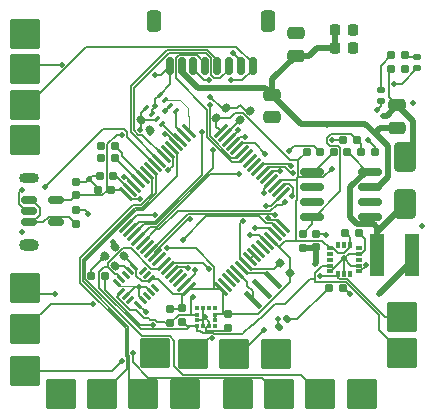
<source format=gbr>
%TF.GenerationSoftware,KiCad,Pcbnew,7.0.6-7.0.6~ubuntu22.04.1*%
%TF.CreationDate,2023-07-18T23:37:18-07:00*%
%TF.ProjectId,NHz_F4_FC,4e487a5f-4634-45f4-9643-2e6b69636164,rev?*%
%TF.SameCoordinates,Original*%
%TF.FileFunction,Copper,L1,Top*%
%TF.FilePolarity,Positive*%
%FSLAX46Y46*%
G04 Gerber Fmt 4.6, Leading zero omitted, Abs format (unit mm)*
G04 Created by KiCad (PCBNEW 7.0.6-7.0.6~ubuntu22.04.1) date 2023-07-18 23:37:18*
%MOMM*%
%LPD*%
G01*
G04 APERTURE LIST*
G04 Aperture macros list*
%AMRoundRect*
0 Rectangle with rounded corners*
0 $1 Rounding radius*
0 $2 $3 $4 $5 $6 $7 $8 $9 X,Y pos of 4 corners*
0 Add a 4 corners polygon primitive as box body*
4,1,4,$2,$3,$4,$5,$6,$7,$8,$9,$2,$3,0*
0 Add four circle primitives for the rounded corners*
1,1,$1+$1,$2,$3*
1,1,$1+$1,$4,$5*
1,1,$1+$1,$6,$7*
1,1,$1+$1,$8,$9*
0 Add four rect primitives between the rounded corners*
20,1,$1+$1,$2,$3,$4,$5,0*
20,1,$1+$1,$4,$5,$6,$7,0*
20,1,$1+$1,$6,$7,$8,$9,0*
20,1,$1+$1,$8,$9,$2,$3,0*%
%AMRotRect*
0 Rectangle, with rotation*
0 The origin of the aperture is its center*
0 $1 length*
0 $2 width*
0 $3 Rotation angle, in degrees counterclockwise*
0 Add horizontal line*
21,1,$1,$2,0,0,$3*%
G04 Aperture macros list end*
%TA.AperFunction,SMDPad,CuDef*%
%ADD10RoundRect,0.150000X-0.512500X-0.150000X0.512500X-0.150000X0.512500X0.150000X-0.512500X0.150000X0*%
%TD*%
%TA.AperFunction,SMDPad,CuDef*%
%ADD11RoundRect,0.087500X-0.187500X-0.087500X0.187500X-0.087500X0.187500X0.087500X-0.187500X0.087500X0*%
%TD*%
%TA.AperFunction,SMDPad,CuDef*%
%ADD12RoundRect,0.087500X-0.087500X-0.187500X0.087500X-0.187500X0.087500X0.187500X-0.087500X0.187500X0*%
%TD*%
%TA.AperFunction,SMDPad,CuDef*%
%ADD13RoundRect,0.155000X-0.212500X-0.155000X0.212500X-0.155000X0.212500X0.155000X-0.212500X0.155000X0*%
%TD*%
%TA.AperFunction,SMDPad,CuDef*%
%ADD14RoundRect,0.125000X-1.125000X-1.125000X1.125000X-1.125000X1.125000X1.125000X-1.125000X1.125000X0*%
%TD*%
%TA.AperFunction,SMDPad,CuDef*%
%ADD15RoundRect,0.160000X0.160000X-0.197500X0.160000X0.197500X-0.160000X0.197500X-0.160000X-0.197500X0*%
%TD*%
%TA.AperFunction,SMDPad,CuDef*%
%ADD16R,1.150000X3.600000*%
%TD*%
%TA.AperFunction,SMDPad,CuDef*%
%ADD17RoundRect,0.155000X0.155000X-0.212500X0.155000X0.212500X-0.155000X0.212500X-0.155000X-0.212500X0*%
%TD*%
%TA.AperFunction,SMDPad,CuDef*%
%ADD18RoundRect,0.160000X0.252791X-0.026517X-0.026517X0.252791X-0.252791X0.026517X0.026517X-0.252791X0*%
%TD*%
%TA.AperFunction,SMDPad,CuDef*%
%ADD19RoundRect,0.147500X-0.172500X0.147500X-0.172500X-0.147500X0.172500X-0.147500X0.172500X0.147500X0*%
%TD*%
%TA.AperFunction,SMDPad,CuDef*%
%ADD20RoundRect,0.155000X-0.259862X0.040659X0.040659X-0.259862X0.259862X-0.040659X-0.040659X0.259862X0*%
%TD*%
%TA.AperFunction,SMDPad,CuDef*%
%ADD21RoundRect,0.250000X0.475000X-0.250000X0.475000X0.250000X-0.475000X0.250000X-0.475000X-0.250000X0*%
%TD*%
%TA.AperFunction,SMDPad,CuDef*%
%ADD22RoundRect,0.160000X-0.160000X0.197500X-0.160000X-0.197500X0.160000X-0.197500X0.160000X0.197500X0*%
%TD*%
%TA.AperFunction,SMDPad,CuDef*%
%ADD23RoundRect,0.250000X0.650000X-1.000000X0.650000X1.000000X-0.650000X1.000000X-0.650000X-1.000000X0*%
%TD*%
%TA.AperFunction,SMDPad,CuDef*%
%ADD24RoundRect,0.155000X0.040659X0.259862X-0.259862X-0.040659X-0.040659X-0.259862X0.259862X0.040659X0*%
%TD*%
%TA.AperFunction,SMDPad,CuDef*%
%ADD25RoundRect,0.250000X-0.475000X0.250000X-0.475000X-0.250000X0.475000X-0.250000X0.475000X0.250000X0*%
%TD*%
%TA.AperFunction,SMDPad,CuDef*%
%ADD26RoundRect,0.155000X0.212500X0.155000X-0.212500X0.155000X-0.212500X-0.155000X0.212500X-0.155000X0*%
%TD*%
%TA.AperFunction,SMDPad,CuDef*%
%ADD27RotRect,0.500000X0.350000X45.000000*%
%TD*%
%TA.AperFunction,SMDPad,CuDef*%
%ADD28RoundRect,0.160000X-0.197500X-0.160000X0.197500X-0.160000X0.197500X0.160000X-0.197500X0.160000X0*%
%TD*%
%TA.AperFunction,SMDPad,CuDef*%
%ADD29RoundRect,0.225000X-0.225000X-0.250000X0.225000X-0.250000X0.225000X0.250000X-0.225000X0.250000X0*%
%TD*%
%TA.AperFunction,SMDPad,CuDef*%
%ADD30RoundRect,0.160000X0.197500X0.160000X-0.197500X0.160000X-0.197500X-0.160000X0.197500X-0.160000X0*%
%TD*%
%TA.AperFunction,SMDPad,CuDef*%
%ADD31RotRect,0.400000X1.900000X45.000000*%
%TD*%
%TA.AperFunction,SMDPad,CuDef*%
%ADD32RoundRect,0.155000X0.259862X-0.040659X-0.040659X0.259862X-0.259862X0.040659X0.040659X-0.259862X0*%
%TD*%
%TA.AperFunction,SMDPad,CuDef*%
%ADD33RoundRect,0.150000X0.150000X0.625000X-0.150000X0.625000X-0.150000X-0.625000X0.150000X-0.625000X0*%
%TD*%
%TA.AperFunction,SMDPad,CuDef*%
%ADD34RoundRect,0.250000X0.350000X0.650000X-0.350000X0.650000X-0.350000X-0.650000X0.350000X-0.650000X0*%
%TD*%
%TA.AperFunction,SMDPad,CuDef*%
%ADD35RoundRect,0.150000X-0.825000X-0.150000X0.825000X-0.150000X0.825000X0.150000X-0.825000X0.150000X0*%
%TD*%
%TA.AperFunction,SMDPad,CuDef*%
%ADD36RoundRect,0.147500X-0.017678X0.226274X-0.226274X0.017678X0.017678X-0.226274X0.226274X-0.017678X0*%
%TD*%
%TA.AperFunction,SMDPad,CuDef*%
%ADD37RoundRect,0.075000X0.548008X-0.441942X-0.441942X0.548008X-0.548008X0.441942X0.441942X-0.548008X0*%
%TD*%
%TA.AperFunction,SMDPad,CuDef*%
%ADD38RoundRect,0.075000X0.548008X0.441942X0.441942X0.548008X-0.548008X-0.441942X-0.441942X-0.548008X0*%
%TD*%
%TA.AperFunction,SMDPad,CuDef*%
%ADD39RoundRect,0.155000X-0.040659X-0.259862X0.259862X0.040659X0.040659X0.259862X-0.259862X-0.040659X0*%
%TD*%
%TA.AperFunction,SMDPad,CuDef*%
%ADD40RoundRect,0.155000X-0.155000X0.212500X-0.155000X-0.212500X0.155000X-0.212500X0.155000X0.212500X0*%
%TD*%
%TA.AperFunction,SMDPad,CuDef*%
%ADD41RotRect,0.300000X0.800000X225.000000*%
%TD*%
%TA.AperFunction,SMDPad,CuDef*%
%ADD42RotRect,0.300000X0.800000X315.000000*%
%TD*%
%TA.AperFunction,SMDPad,CuDef*%
%ADD43RotRect,0.300000X0.800000X45.000000*%
%TD*%
%TA.AperFunction,SMDPad,CuDef*%
%ADD44RotRect,0.300000X0.800000X135.000000*%
%TD*%
%TA.AperFunction,SMDPad,CuDef*%
%ADD45R,0.350000X0.375000*%
%TD*%
%TA.AperFunction,SMDPad,CuDef*%
%ADD46R,0.375000X0.350000*%
%TD*%
%TA.AperFunction,ComponentPad*%
%ADD47O,1.700000X1.000000*%
%TD*%
%TA.AperFunction,ComponentPad*%
%ADD48O,1.700000X0.850000*%
%TD*%
%TA.AperFunction,ViaPad*%
%ADD49C,0.500000*%
%TD*%
%TA.AperFunction,Conductor*%
%ADD50C,0.127000*%
%TD*%
%TA.AperFunction,Conductor*%
%ADD51C,0.500000*%
%TD*%
%TA.AperFunction,Conductor*%
%ADD52C,0.090000*%
%TD*%
%TA.AperFunction,Conductor*%
%ADD53C,0.200000*%
%TD*%
G04 APERTURE END LIST*
D10*
%TO.P,U6,1,VIN*%
%TO.N,VBUS*%
X114362500Y-48550000D03*
%TO.P,U6,2,GND*%
%TO.N,GND*%
X114362500Y-49500000D03*
%TO.P,U6,3,CE*%
%TO.N,VBUS*%
X114362500Y-50450000D03*
%TO.P,U6,4,NC*%
%TO.N,unconnected-(U6-NC-Pad4)*%
X116637500Y-50450000D03*
%TO.P,U6,5,VOUT*%
%TO.N,+3.3V*%
X116637500Y-48550000D03*
%TD*%
D11*
%TO.P,U4,1,VDD_IO*%
%TO.N,+3.3V*%
X139775000Y-52600000D03*
%TO.P,U4,2,NC*%
%TO.N,unconnected-(U4-NC-Pad2)*%
X139775000Y-53100000D03*
%TO.P,U4,3,NC*%
%TO.N,unconnected-(U4-NC-Pad3)*%
X139775000Y-53600000D03*
%TO.P,U4,4,SCL/SPC*%
%TO.N,/SCL1*%
X139775000Y-54100000D03*
%TO.P,U4,5,GND*%
%TO.N,GND*%
X139775000Y-54600000D03*
D12*
%TO.P,U4,6,SDA/SDI/SDO*%
%TO.N,/SDA1*%
X140500000Y-54825000D03*
%TO.P,U4,7,SDO/SA0*%
%TO.N,GND*%
X141000000Y-54825000D03*
%TO.P,U4,8,CS*%
%TO.N,unconnected-(U4-CS-Pad8)*%
X141500000Y-54825000D03*
D11*
%TO.P,U4,9,INT2*%
%TO.N,/LIS3DH_INT_PIN*%
X142225000Y-54600000D03*
%TO.P,U4,10,GND*%
%TO.N,GND*%
X142225000Y-54100000D03*
%TO.P,U4,11,INT1*%
%TO.N,unconnected-(U4-INT1-Pad11)*%
X142225000Y-53600000D03*
%TO.P,U4,12,GND*%
%TO.N,GND*%
X142225000Y-53100000D03*
%TO.P,U4,13,ADC3*%
%TO.N,unconnected-(U4-ADC3-Pad13)*%
X142225000Y-52600000D03*
D12*
%TO.P,U4,14,VDD*%
%TO.N,+3.3V*%
X141500000Y-52375000D03*
%TO.P,U4,15,ADC2*%
%TO.N,unconnected-(U4-ADC2-Pad15)*%
X141000000Y-52375000D03*
%TO.P,U4,16,ADC1*%
%TO.N,unconnected-(U4-ADC1-Pad16)*%
X140500000Y-52375000D03*
%TD*%
D13*
%TO.P,C8,1*%
%TO.N,GND*%
X120332500Y-46500000D03*
%TO.P,C8,2*%
%TO.N,Net-(U1-VCAP_2)*%
X121467500Y-46500000D03*
%TD*%
D14*
%TO.P,TP2,1,1*%
%TO.N,/STM32F405RGTx/PA9_TX1*%
X124000000Y-65000000D03*
%TD*%
D15*
%TO.P,R10,1*%
%TO.N,/SDA1*%
X126300000Y-58997500D03*
%TO.P,R10,2*%
%TO.N,+3.3V*%
X126300000Y-57802500D03*
%TD*%
D13*
%TO.P,C19,1*%
%TO.N,+3.3V*%
X141093100Y-51309700D03*
%TO.P,C19,2*%
%TO.N,GND*%
X142228100Y-51309700D03*
%TD*%
D16*
%TO.P,L1,1,1*%
%TO.N,Net-(D6-K)*%
X143830500Y-53220000D03*
%TO.P,L1,2,2*%
%TO.N,+5V*%
X146780500Y-53220000D03*
%TD*%
D17*
%TO.P,C13,1*%
%TO.N,VBUS*%
X118300000Y-50567500D03*
%TO.P,C13,2*%
%TO.N,GND*%
X118300000Y-49432500D03*
%TD*%
D18*
%TO.P,R2,1*%
%TO.N,+3.3V*%
X136422496Y-54722496D03*
%TO.P,R2,2*%
%TO.N,/STM32F405RGTx/RST*%
X135577504Y-53877504D03*
%TD*%
D19*
%TO.P,D2,1,K*%
%TO.N,Net-(D2-K)*%
X144100000Y-39215000D03*
%TO.P,D2,2,A*%
%TO.N,+5V*%
X144100000Y-40185000D03*
%TD*%
D20*
%TO.P,C18,1*%
%TO.N,GND*%
X120798717Y-53298717D03*
%TO.P,C18,2*%
%TO.N,Net-(U5-BYP)*%
X121601283Y-54101283D03*
%TD*%
D21*
%TO.P,C26,1*%
%TO.N,+BATT*%
X145500000Y-42450000D03*
%TO.P,C26,2*%
%TO.N,GND*%
X145500000Y-40550000D03*
%TD*%
D22*
%TO.P,R4,1*%
%TO.N,Net-(D3-K)*%
X146200000Y-36302500D03*
%TO.P,R4,2*%
%TO.N,GND*%
X146200000Y-37497500D03*
%TD*%
D14*
%TO.P,TP24,1,1*%
%TO.N,GND*%
X125000000Y-61500000D03*
%TD*%
D17*
%TO.P,C11,1*%
%TO.N,+5V*%
X138600000Y-52567500D03*
%TO.P,C11,2*%
%TO.N,GND*%
X138600000Y-51432500D03*
%TD*%
D14*
%TO.P,TP20,1,1*%
%TO.N,+5V*%
X135219800Y-61570100D03*
%TD*%
D23*
%TO.P,D6,1,K*%
%TO.N,Net-(D6-K)*%
X146200000Y-48900000D03*
%TO.P,D6,2,A*%
%TO.N,GND*%
X146200000Y-44900000D03*
%TD*%
D24*
%TO.P,C7,1*%
%TO.N,GND*%
X133001283Y-40998717D03*
%TO.P,C7,2*%
%TO.N,Net-(U1-VCAP_1)*%
X132198717Y-41801283D03*
%TD*%
D17*
%TO.P,C12,1*%
%TO.N,+3.3V*%
X118300000Y-48167500D03*
%TO.P,C12,2*%
%TO.N,GND*%
X118300000Y-47032500D03*
%TD*%
D25*
%TO.P,C3,1*%
%TO.N,+BATT*%
X134900000Y-39650000D03*
%TO.P,C3,2*%
%TO.N,GND*%
X134900000Y-41550000D03*
%TD*%
D14*
%TO.P,TP17,1,1*%
%TO.N,+5V*%
X142500000Y-65000000D03*
%TD*%
%TO.P,TP23,1,1*%
%TO.N,GND*%
X117000000Y-65000000D03*
%TD*%
D19*
%TO.P,D3,1,K*%
%TO.N,Net-(D3-K)*%
X147200000Y-36415000D03*
%TO.P,D3,2,A*%
%TO.N,+3.3V*%
X147200000Y-37385000D03*
%TD*%
D26*
%TO.P,C16,1*%
%TO.N,+3.3V*%
X121267500Y-47700000D03*
%TO.P,C16,2*%
%TO.N,GND*%
X120132500Y-47700000D03*
%TD*%
D15*
%TO.P,R11,1*%
%TO.N,/SCL1*%
X127300000Y-58897500D03*
%TO.P,R11,2*%
%TO.N,+3.3V*%
X127300000Y-57702500D03*
%TD*%
%TO.P,R6,1*%
%TO.N,+5V*%
X137500000Y-52597500D03*
%TO.P,R6,2*%
%TO.N,Net-(U2-VSNS)*%
X137500000Y-51402500D03*
%TD*%
D14*
%TO.P,TP28,1,1*%
%TO.N,+5V*%
X114000000Y-43500000D03*
%TD*%
D27*
%TO.P,U3,1,GND*%
%TO.N,GND*%
X125376256Y-39644885D03*
%TO.P,U3,2,CSB*%
%TO.N,/SS2*%
X125835876Y-40104505D03*
%TO.P,U3,3,SDI*%
%TO.N,/MOSI2*%
X126295495Y-40564124D03*
%TO.P,U3,4,SCK*%
%TO.N,/SCK2*%
X126755115Y-41023744D03*
%TO.P,U3,5,SDO*%
%TO.N,/MISO2*%
X125623744Y-42155115D03*
%TO.P,U3,6,VDDIO*%
%TO.N,+3.3V*%
X125164124Y-41695495D03*
%TO.P,U3,7,GND*%
%TO.N,GND*%
X124704505Y-41235876D03*
%TO.P,U3,8,VDD*%
%TO.N,+3.3V*%
X124244885Y-40776256D03*
%TD*%
D14*
%TO.P,TP27,1,1*%
%TO.N,GND*%
X114000000Y-34500000D03*
%TD*%
D20*
%TO.P,C20,1*%
%TO.N,+3.3V*%
X123798717Y-41798717D03*
%TO.P,C20,2*%
%TO.N,GND*%
X124601283Y-42601283D03*
%TD*%
D28*
%TO.P,R5,1*%
%TO.N,Net-(D4-K)*%
X139702500Y-56000000D03*
%TO.P,R5,2*%
%TO.N,GND*%
X140897500Y-56000000D03*
%TD*%
D29*
%TO.P,C6,1*%
%TO.N,+BATT*%
X140225000Y-34200000D03*
%TO.P,C6,2*%
%TO.N,GND*%
X141775000Y-34200000D03*
%TD*%
D26*
%TO.P,C9,1*%
%TO.N,Net-(D6-K)*%
X141282085Y-44529909D03*
%TO.P,C9,2*%
%TO.N,Net-(U2-BOOT)*%
X140147085Y-44529909D03*
%TD*%
D14*
%TO.P,TP26,1,1*%
%TO.N,+5V*%
X114000000Y-56000000D03*
%TD*%
%TO.P,TP10,1,1*%
%TO.N,/STM32F405RGTx/PA0_TX4*%
X114000000Y-63000000D03*
%TD*%
%TO.P,TP13,1,1*%
%TO.N,/STM32F405RGTx/PB10_TX3*%
X114000000Y-37500000D03*
%TD*%
%TO.P,TP14,1,1*%
%TO.N,/RX3*%
X114000000Y-40500000D03*
%TD*%
D13*
%TO.P,C14,1*%
%TO.N,+3.3V*%
X137832500Y-44500000D03*
%TO.P,C14,2*%
%TO.N,GND*%
X138967500Y-44500000D03*
%TD*%
D26*
%TO.P,C25,1*%
%TO.N,Net-(U2-VSNS)*%
X142067500Y-43500000D03*
%TO.P,C25,2*%
%TO.N,+5V*%
X140932500Y-43500000D03*
%TD*%
D28*
%TO.P,R7,1*%
%TO.N,Net-(U2-VSNS)*%
X142402500Y-44500000D03*
%TO.P,R7,2*%
%TO.N,GND*%
X143597500Y-44500000D03*
%TD*%
D30*
%TO.P,R1,1*%
%TO.N,Net-(U1-BOOT0)*%
X120797500Y-55000000D03*
%TO.P,R1,2*%
%TO.N,GND*%
X119602500Y-55000000D03*
%TD*%
D14*
%TO.P,TP11,1,1*%
%TO.N,/SCL1*%
X145900000Y-61500000D03*
%TD*%
D31*
%TO.P,Y1,1,1*%
%TO.N,Net-(U1-PH0)*%
X133251472Y-57048528D03*
%TO.P,Y1,2,2*%
%TO.N,GND*%
X134100000Y-56200000D03*
%TO.P,Y1,3,3*%
%TO.N,Net-(U1-PH1)*%
X134948528Y-55351472D03*
%TD*%
D14*
%TO.P,TP16,1,1*%
%TO.N,/STM32F405RGTx/PC6_TX6*%
X139000000Y-65000000D03*
%TD*%
%TO.P,TP1,1,1*%
%TO.N,/STM32F405RGTx/PA10_RX1*%
X120500000Y-65000000D03*
%TD*%
%TO.P,TP21,1,1*%
%TO.N,GND*%
X132000000Y-65000000D03*
%TD*%
D32*
%TO.P,C17,1*%
%TO.N,+3.3V*%
X122401283Y-53301283D03*
%TO.P,C17,2*%
%TO.N,GND*%
X121598717Y-52498717D03*
%TD*%
D33*
%TO.P,J2,1,Pin_1*%
%TO.N,/RX3*%
X133250000Y-37250000D03*
%TO.P,J2,2,Pin_2*%
%TO.N,/CUR*%
X132250000Y-37250000D03*
%TO.P,J2,3,Pin_3*%
%TO.N,/M4*%
X131250000Y-37250000D03*
%TO.P,J2,4,Pin_4*%
%TO.N,/M3*%
X130250000Y-37250000D03*
%TO.P,J2,5,Pin_5*%
%TO.N,/M2*%
X129250000Y-37250000D03*
%TO.P,J2,6,Pin_6*%
%TO.N,/M1*%
X128250000Y-37250000D03*
%TO.P,J2,7,Pin_7*%
%TO.N,+BATT*%
X127250000Y-37250000D03*
%TO.P,J2,8,Pin_8*%
%TO.N,GND*%
X126250000Y-37250000D03*
D34*
%TO.P,J2,MP*%
%TO.N,N/C*%
X134550000Y-33375000D03*
X124950000Y-33375000D03*
%TD*%
D21*
%TO.P,C4,1*%
%TO.N,+BATT*%
X136900000Y-36350000D03*
%TO.P,C4,2*%
%TO.N,GND*%
X136900000Y-34450000D03*
%TD*%
D29*
%TO.P,C5,1*%
%TO.N,+BATT*%
X140225000Y-35700000D03*
%TO.P,C5,2*%
%TO.N,GND*%
X141775000Y-35700000D03*
%TD*%
D22*
%TO.P,R3,1*%
%TO.N,Net-(D2-K)*%
X145000000Y-36302500D03*
%TO.P,R3,2*%
%TO.N,GND*%
X145000000Y-37497500D03*
%TD*%
D14*
%TO.P,TP8,1,1*%
%TO.N,/STM32F405RGTx/PA2_TX2*%
X131719800Y-61570100D03*
%TD*%
D35*
%TO.P,U2,1,BOOT*%
%TO.N,Net-(U2-BOOT)*%
X138279000Y-46153400D03*
%TO.P,U2,2,NC*%
%TO.N,unconnected-(U2-NC-Pad2)*%
X138279000Y-47423400D03*
%TO.P,U2,3,NC*%
%TO.N,unconnected-(U2-NC-Pad3)*%
X138279000Y-48693400D03*
%TO.P,U2,4,VSNS*%
%TO.N,Net-(U2-VSNS)*%
X138279000Y-49963400D03*
%TO.P,U2,5,ENA*%
%TO.N,unconnected-(U2-ENA-Pad5)*%
X143229000Y-49963400D03*
%TO.P,U2,6,GND*%
%TO.N,GND*%
X143229000Y-48693400D03*
%TO.P,U2,7,VIN*%
%TO.N,+BATT*%
X143229000Y-47423400D03*
%TO.P,U2,8,PH*%
%TO.N,Net-(D6-K)*%
X143229000Y-46153400D03*
%TD*%
D36*
%TO.P,D4,1,K*%
%TO.N,Net-(D4-K)*%
X136142947Y-58657053D03*
%TO.P,D4,2,A*%
%TO.N,/Stat_LED*%
X135457053Y-59342947D03*
%TD*%
D37*
%TO.P,U1,1,VBAT*%
%TO.N,+3.3V*%
X130561181Y-56064481D03*
%TO.P,U1,2,PC13*%
%TO.N,/STM32F405RGTx/PC13*%
X130914734Y-55710928D03*
%TO.P,U1,3,PC14*%
%TO.N,/STM32F405RGTx/PC14*%
X131268287Y-55357375D03*
%TO.P,U1,4,PC15*%
%TO.N,/STM32F405RGTx/PC15*%
X131621841Y-55003821D03*
%TO.P,U1,5,PH0*%
%TO.N,Net-(U1-PH0)*%
X131975394Y-54650268D03*
%TO.P,U1,6,PH1*%
%TO.N,Net-(U1-PH1)*%
X132328948Y-54296714D03*
%TO.P,U1,7,NRST*%
%TO.N,/STM32F405RGTx/RST*%
X132682501Y-53943161D03*
%TO.P,U1,8,PC0*%
%TO.N,/STM32F405RGTx/PC0*%
X133036054Y-53589608D03*
%TO.P,U1,9,PC1*%
X133389608Y-53236054D03*
%TO.P,U1,10,PC2*%
%TO.N,/STM32F405RGTx/PC2*%
X133743161Y-52882501D03*
%TO.P,U1,11,PC3*%
%TO.N,/STM32F405RGTx/PC3*%
X134096714Y-52528948D03*
%TO.P,U1,12,VSSA*%
%TO.N,GND*%
X134450268Y-52175394D03*
%TO.P,U1,13,VDDA*%
%TO.N,+3.3V*%
X134803821Y-51821841D03*
%TO.P,U1,14,PA0*%
%TO.N,/STM32F405RGTx/PA0_TX4*%
X135157375Y-51468287D03*
%TO.P,U1,15,PA1*%
%TO.N,/STM32F405RGTx/PA1_RX4*%
X135510928Y-51114734D03*
%TO.P,U1,16,PA2*%
%TO.N,/STM32F405RGTx/PA2_TX2*%
X135864481Y-50761181D03*
D38*
%TO.P,U1,17,PA3*%
%TO.N,/STM32F405RGTx/PA3_RX2*%
X135864481Y-48038819D03*
%TO.P,U1,18,VSS*%
%TO.N,GND*%
X135510928Y-47685266D03*
%TO.P,U1,19,VDD*%
%TO.N,+3.3V*%
X135157375Y-47331713D03*
%TO.P,U1,20,PA4*%
%TO.N,/STM32F405RGTx/PA4_NSS1*%
X134803821Y-46978159D03*
%TO.P,U1,21,PA5*%
%TO.N,/STM32F405RGTx/PA5_SCK1*%
X134450268Y-46624606D03*
%TO.P,U1,22,PA6*%
%TO.N,/STM32F405RGTx/PA6_MISO1*%
X134096714Y-46271052D03*
%TO.P,U1,23,PA7*%
%TO.N,/STM32F405RGTx/PA7_MOSI1*%
X133743161Y-45917499D03*
%TO.P,U1,24,PC4*%
%TO.N,/STM32F405RGTx/PC4*%
X133389608Y-45563946D03*
%TO.P,U1,25,PC5*%
%TO.N,/STM32F405RGTx/PC5*%
X133036054Y-45210392D03*
%TO.P,U1,26,PB0*%
%TO.N,/M2*%
X132682501Y-44856839D03*
%TO.P,U1,27,PB1*%
%TO.N,/M1*%
X132328948Y-44503286D03*
%TO.P,U1,28,PB2*%
%TO.N,/LIS3DH_INT_PIN*%
X131975394Y-44149732D03*
%TO.P,U1,29,PB10*%
%TO.N,/STM32F405RGTx/PB10_TX3*%
X131621841Y-43796179D03*
%TO.P,U1,30,PB11*%
%TO.N,/RX3*%
X131268287Y-43442625D03*
%TO.P,U1,31,VCAP_1*%
%TO.N,Net-(U1-VCAP_1)*%
X130914734Y-43089072D03*
%TO.P,U1,32,VDD*%
%TO.N,+3.3V*%
X130561181Y-42735519D03*
D37*
%TO.P,U1,33,PB12*%
%TO.N,/SS2*%
X127838819Y-42735519D03*
%TO.P,U1,34,PB13*%
%TO.N,/SCK2*%
X127485266Y-43089072D03*
%TO.P,U1,35,PB14*%
%TO.N,/MISO2*%
X127131713Y-43442625D03*
%TO.P,U1,36,PB15*%
%TO.N,/MOSI2*%
X126778159Y-43796179D03*
%TO.P,U1,37,PC6*%
%TO.N,/STM32F405RGTx/PC6_TX6*%
X126424606Y-44149732D03*
%TO.P,U1,38,PC7*%
%TO.N,/STM32F405RGTx/PC7_RX6*%
X126071052Y-44503286D03*
%TO.P,U1,39,PC8*%
%TO.N,/M4*%
X125717499Y-44856839D03*
%TO.P,U1,40,PC9*%
%TO.N,/M3*%
X125363946Y-45210392D03*
%TO.P,U1,41,PA8*%
%TO.N,/MMA8451_INT_PIN*%
X125010392Y-45563946D03*
%TO.P,U1,42,PA9*%
%TO.N,/STM32F405RGTx/PA9_TX1*%
X124656839Y-45917499D03*
%TO.P,U1,43,PA10*%
%TO.N,/STM32F405RGTx/PA10_RX1*%
X124303286Y-46271052D03*
%TO.P,U1,44,PA11*%
%TO.N,/USB-*%
X123949732Y-46624606D03*
%TO.P,U1,45,PA12*%
%TO.N,/USB+*%
X123596179Y-46978159D03*
%TO.P,U1,46,PA13*%
%TO.N,/STM32F405RGTx/PA13_SWDIO*%
X123242625Y-47331713D03*
%TO.P,U1,47,VCAP_2*%
%TO.N,Net-(U1-VCAP_2)*%
X122889072Y-47685266D03*
%TO.P,U1,48,VDD*%
%TO.N,+3.3V*%
X122535519Y-48038819D03*
D38*
%TO.P,U1,49,PA14*%
%TO.N,/STM32F405RGTx/PA14_SWCLK*%
X122535519Y-50761181D03*
%TO.P,U1,50,PA15*%
%TO.N,/SS3*%
X122889072Y-51114734D03*
%TO.P,U1,51,PC10*%
%TO.N,/SCK3*%
X123242625Y-51468287D03*
%TO.P,U1,52,PC11*%
%TO.N,/MISO3*%
X123596179Y-51821841D03*
%TO.P,U1,53,PC12*%
%TO.N,/MOSI3*%
X123949732Y-52175394D03*
%TO.P,U1,54,PD2*%
%TO.N,/STM32F405RGTx/PD2*%
X124303286Y-52528948D03*
%TO.P,U1,55,PB3*%
%TO.N,/Stat_LED*%
X124656839Y-52882501D03*
%TO.P,U1,56,PB4*%
%TO.N,/CUR*%
X125010392Y-53236054D03*
%TO.P,U1,57,PB5*%
%TO.N,/STM32F405RGTx/PB5*%
X125363946Y-53589608D03*
%TO.P,U1,58,PB6*%
%TO.N,/SCL1*%
X125717499Y-53943161D03*
%TO.P,U1,59,PB7*%
%TO.N,/SDA1*%
X126071052Y-54296714D03*
%TO.P,U1,60,BOOT0*%
%TO.N,Net-(U1-BOOT0)*%
X126424606Y-54650268D03*
%TO.P,U1,61,PB8*%
%TO.N,/STM32F405RGTx/PB8*%
X126778159Y-55003821D03*
%TO.P,U1,62,PB9*%
%TO.N,/STM32F405RGTx/PB9*%
X127131713Y-55357375D03*
%TO.P,U1,63,VSS*%
%TO.N,GND*%
X127485266Y-55710928D03*
%TO.P,U1,64,VDD*%
%TO.N,+3.3V*%
X127838819Y-56064481D03*
%TD*%
D30*
%TO.P,R9,1*%
%TO.N,/USB-*%
X121597500Y-44000000D03*
%TO.P,R9,2*%
%TO.N,Net-(J1-D-)*%
X120402500Y-44000000D03*
%TD*%
D28*
%TO.P,R8,1*%
%TO.N,Net-(J1-D+)*%
X120402500Y-45000000D03*
%TO.P,R8,2*%
%TO.N,/USB+*%
X121597500Y-45000000D03*
%TD*%
D39*
%TO.P,C15,1*%
%TO.N,+3.3V*%
X130198717Y-41601283D03*
%TO.P,C15,2*%
%TO.N,GND*%
X131001283Y-40798717D03*
%TD*%
D40*
%TO.P,C21,1*%
%TO.N,+3.3V*%
X131200000Y-58232500D03*
%TO.P,C21,2*%
%TO.N,GND*%
X131200000Y-59367500D03*
%TD*%
D14*
%TO.P,TP15,1,1*%
%TO.N,/STM32F405RGTx/PC7_RX6*%
X135500000Y-65000000D03*
%TD*%
%TO.P,TP9,1,1*%
%TO.N,/STM32F405RGTx/PA1_RX4*%
X114000000Y-59500000D03*
%TD*%
%TO.P,TP19,1,1*%
%TO.N,+5V*%
X127500000Y-65000000D03*
%TD*%
D41*
%TO.P,U5,1,VDDIO*%
%TO.N,+3.3V*%
X123205546Y-54191332D03*
%TO.P,U5,2,BYP*%
%TO.N,Net-(U5-BYP)*%
X122851992Y-54544885D03*
%TO.P,U5,3,NC*%
%TO.N,unconnected-(U5-NC-Pad3)*%
X122498439Y-54898439D03*
%TO.P,U5,4,SCL*%
%TO.N,/SCL1*%
X122144885Y-55251992D03*
%TO.P,U5,5,GND*%
%TO.N,GND*%
X121791332Y-55605546D03*
D42*
%TO.P,U5,6,SDA*%
%TO.N,/SDA1*%
X122144885Y-56348008D03*
%TO.P,U5,7,SA0*%
%TO.N,GND*%
X122498439Y-56701561D03*
%TO.P,U5,8,NC*%
%TO.N,unconnected-(U5-NC-Pad8)*%
X122851992Y-57055115D03*
D43*
%TO.P,U5,9,INT2*%
%TO.N,/MMA8451_INT_PIN*%
X123594454Y-57408668D03*
%TO.P,U5,10,GND*%
%TO.N,GND*%
X123948008Y-57055115D03*
%TO.P,U5,11,INT1*%
%TO.N,unconnected-(U5-INT1-Pad11)*%
X124301561Y-56701561D03*
%TO.P,U5,12,GND*%
%TO.N,GND*%
X124655115Y-56348008D03*
%TO.P,U5,13,NC*%
%TO.N,unconnected-(U5-NC-Pad13)*%
X125008668Y-55994454D03*
D44*
%TO.P,U5,14,VDD*%
%TO.N,+3.3V*%
X124655115Y-55251992D03*
%TO.P,U5,15,NC*%
%TO.N,unconnected-(U5-NC-Pad15)*%
X124301561Y-54898439D03*
%TO.P,U5,16,NC*%
%TO.N,unconnected-(U5-NC-Pad16)*%
X123948008Y-54544885D03*
%TD*%
D14*
%TO.P,TP7,1,1*%
%TO.N,/STM32F405RGTx/PA3_RX2*%
X128219800Y-61570100D03*
%TD*%
%TO.P,TP12,1,1*%
%TO.N,/SDA1*%
X145900000Y-58500000D03*
%TD*%
D45*
%TO.P,U7,1,SCL/SPC*%
%TO.N,/SCL1*%
X128550000Y-59262500D03*
%TO.P,U7,2,GND*%
%TO.N,GND*%
X129050000Y-59262500D03*
%TO.P,U7,3,GND*%
X129550000Y-59262500D03*
%TO.P,U7,4,C1*%
%TO.N,unconnected-(U7-C1-Pad4)*%
X130050000Y-59262500D03*
D46*
%TO.P,U7,5,Vdd*%
%TO.N,+3.3V*%
X130062500Y-58750000D03*
%TO.P,U7,6,Vdd_IO*%
X130062500Y-58250000D03*
D45*
%TO.P,U7,7,INT*%
%TO.N,unconnected-(U7-INT-Pad7)*%
X130050000Y-57737500D03*
%TO.P,U7,8,DRDY*%
%TO.N,unconnected-(U7-DRDY-Pad8)*%
X129550000Y-57737500D03*
%TO.P,U7,9,SDO/SA1*%
%TO.N,GND*%
X129050000Y-57737500D03*
%TO.P,U7,10,~{CS}*%
%TO.N,unconnected-(U7-~{CS}-Pad10)*%
X128550000Y-57737500D03*
D46*
%TO.P,U7,11,SDA/SDI/SDO*%
%TO.N,/SDA1*%
X128537500Y-58250000D03*
%TO.P,U7,12,GND*%
%TO.N,GND*%
X128537500Y-58750000D03*
%TD*%
D47*
%TO.P,J1,6,Shield*%
%TO.N,GND*%
X114360000Y-52325000D03*
D48*
X114360000Y-46675000D03*
%TD*%
D49*
%TO.N,/RX3*%
X132022700Y-42616400D03*
X131442600Y-38400400D03*
%TO.N,/CUR*%
X131600000Y-36100000D03*
X128000000Y-50200000D03*
%TO.N,/M1*%
X129603200Y-38404300D03*
X129624400Y-40551100D03*
%TO.N,+BATT*%
X139521200Y-42212500D03*
%TO.N,GND*%
X114900000Y-35400000D03*
X135000000Y-41600000D03*
X139500000Y-51500000D03*
X141500000Y-56500000D03*
X136620100Y-48181800D03*
X128400000Y-54500000D03*
X124600000Y-42900000D03*
X133500000Y-55500000D03*
X129200000Y-58500000D03*
X144300000Y-41400000D03*
X129649700Y-39790800D03*
X141800000Y-34200000D03*
X116200000Y-64200000D03*
X125000000Y-38000000D03*
X124200000Y-60800000D03*
X113100000Y-33600000D03*
X146200000Y-37500000D03*
X120600000Y-53500000D03*
X132800000Y-65800000D03*
X125700000Y-62200000D03*
X143000000Y-43500000D03*
X113700000Y-51300000D03*
X141000000Y-53500000D03*
X125000000Y-38000000D03*
X123600000Y-55900000D03*
X119300000Y-49700000D03*
X136900000Y-34400000D03*
X125000000Y-40600000D03*
X143229000Y-48693400D03*
X113700000Y-47700000D03*
X145000000Y-37500000D03*
X141800000Y-35700000D03*
X121400000Y-52100000D03*
X136334300Y-44415900D03*
X131200000Y-64200000D03*
X147620300Y-50764600D03*
X119400000Y-46800000D03*
X117900000Y-65900000D03*
X133000000Y-51500000D03*
%TO.N,+3.3V*%
X145200000Y-38700000D03*
X146800000Y-40300000D03*
X122230100Y-43019400D03*
X139997300Y-45899700D03*
X123684600Y-48495600D03*
X123760400Y-42603200D03*
X126007000Y-52648600D03*
%TO.N,Net-(U1-BOOT0)*%
X124815400Y-59105400D03*
X127775700Y-54330600D03*
%TO.N,/STM32F405RGTx/PA7_MOSI1*%
X136500700Y-45665600D03*
%TO.N,/STM32F405RGTx/PA6_MISO1*%
X136679700Y-46270800D03*
%TO.N,/STM32F405RGTx/PA5_SCK1*%
X135560800Y-46128400D03*
%TO.N,VBUS*%
X118300000Y-50567500D03*
%TO.N,Net-(J1-D-)*%
X120402000Y-44000000D03*
%TO.N,Net-(J1-D+)*%
X120402000Y-45000000D03*
%TO.N,/STM32F405RGTx/PA4_NSS1*%
X134198600Y-47973400D03*
%TO.N,/STM32F405RGTx/PA3_RX2*%
X129790500Y-60230000D03*
X134404900Y-49088000D03*
%TO.N,/STM32F405RGTx/PA2_TX2*%
X134551500Y-50117800D03*
X134238400Y-59519500D03*
%TO.N,/STM32F405RGTx/PA1_RX4*%
X119751600Y-57350000D03*
X127376000Y-51901000D03*
%TO.N,/STM32F405RGTx/PA0_TX4*%
X133499998Y-50900000D03*
X122186800Y-62167900D03*
%TO.N,/STM32F405RGTx/PB10_TX3*%
X132608300Y-43197600D03*
X117085900Y-37084900D03*
%TO.N,/STM32F405RGTx/PC7_RX6*%
X126127900Y-46042600D03*
X123122700Y-61480200D03*
%TO.N,+5V*%
X143300000Y-65800000D03*
X113200000Y-55200000D03*
X141700000Y-64200000D03*
X116500000Y-56500000D03*
X140000000Y-43500000D03*
X114900000Y-44400000D03*
X134400000Y-60800000D03*
X143800000Y-40900000D03*
X135900000Y-62300000D03*
X138500000Y-54000000D03*
X113200000Y-42700000D03*
X128300000Y-65800000D03*
X126700000Y-64200000D03*
X144000000Y-56500000D03*
X114900000Y-56900000D03*
%TO.N,/SDA1*%
X128211900Y-56770700D03*
X139000000Y-55000000D03*
X129598900Y-54409900D03*
%TO.N,/LIS3DH_INT_PIN*%
X134341600Y-44631000D03*
X142850100Y-54080400D03*
%TO.N,/MMA8451_INT_PIN*%
X124262900Y-58077100D03*
X115710000Y-47437100D03*
%TO.N,/STM32F405RGTx/RST*%
X132412800Y-50336700D03*
%TO.N,/MOSI2*%
X125837200Y-41022400D03*
X125800000Y-43000000D03*
%TO.N,/Stat_LED*%
X135143500Y-49826600D03*
X135369200Y-58625500D03*
%TO.N,/STM32F405RGTx/PA14_SWCLK*%
X124990400Y-49848500D03*
%TO.N,/STM32F405RGTx/PA13_SWDIO*%
X122398900Y-46594200D03*
%TO.N,/MOSI3*%
X135966300Y-48722100D03*
%TO.N,/MISO3*%
X132125800Y-46381100D03*
%TO.N,/SCK3*%
X129876700Y-44292600D03*
%TO.N,/SS3*%
X128969600Y-42818900D03*
%TD*%
D50*
%TO.N,/RX3*%
X131881800Y-35606900D02*
X133250000Y-36975100D01*
X133250000Y-36975100D02*
X133250000Y-37250000D01*
X132369300Y-38400400D02*
X133250000Y-37519700D01*
X114244100Y-40500000D02*
X119137200Y-35606900D01*
X119137200Y-35606900D02*
X131881800Y-35606900D01*
X132022700Y-42688200D02*
X132022700Y-42616400D01*
X131442600Y-38400400D02*
X132369300Y-38400400D01*
X131268300Y-43442600D02*
X132022700Y-42688200D01*
X114000000Y-40500000D02*
X114244100Y-40500000D01*
X133250000Y-37519700D02*
X133250000Y-37250000D01*
%TO.N,/CUR*%
X125010392Y-53236054D02*
X125010392Y-52989720D01*
X125010392Y-52989720D02*
X127800112Y-50200000D01*
X132250000Y-37250000D02*
X132250000Y-36750000D01*
X127800112Y-50200000D02*
X128000000Y-50200000D01*
X132250000Y-36750000D02*
X131600000Y-36100000D01*
%TO.N,/M4*%
X123193800Y-42609900D02*
X123592500Y-43008600D01*
X126214900Y-36065100D02*
X123193800Y-39086200D01*
X123193800Y-39086200D02*
X123193800Y-42609900D01*
X129307200Y-36065100D02*
X126214900Y-36065100D01*
X131250000Y-37250000D02*
X131250000Y-37518300D01*
X130001200Y-38228900D02*
X129768400Y-37996100D01*
X129768400Y-36526300D02*
X129307200Y-36065100D01*
X129768400Y-37996100D02*
X129768400Y-36526300D01*
X123592500Y-43008600D02*
X123869300Y-43008600D01*
X123869300Y-43008600D02*
X125717500Y-44856800D01*
X131250000Y-37518300D02*
X130539400Y-38228900D01*
X130539400Y-38228900D02*
X130001200Y-38228900D01*
%TO.N,/M3*%
X129392700Y-35841000D02*
X130250000Y-36698300D01*
X130250000Y-36698300D02*
X130250000Y-37250000D01*
X126043100Y-35841000D02*
X129392700Y-35841000D01*
X122970100Y-38914000D02*
X126043100Y-35841000D01*
X125363900Y-45210400D02*
X122970100Y-42816600D01*
X122970100Y-42816600D02*
X122970100Y-38914000D01*
%TO.N,/M2*%
X126750000Y-36537800D02*
X126750000Y-38259600D01*
X129388800Y-40898400D02*
X129388800Y-43231100D01*
X129250000Y-37023700D02*
X128528500Y-36302200D01*
X132198400Y-45340900D02*
X132682500Y-44856800D01*
X129388800Y-43231100D02*
X131498600Y-45340900D01*
X129250000Y-37250000D02*
X129250000Y-37023700D01*
X126985600Y-36302200D02*
X126750000Y-36537800D01*
X131498600Y-45340900D02*
X132198400Y-45340900D01*
X128528500Y-36302200D02*
X126985600Y-36302200D01*
X126750000Y-38259600D02*
X129388800Y-40898400D01*
%TO.N,/M1*%
X132328900Y-44503300D02*
X131864900Y-44967300D01*
X129624400Y-43157100D02*
X129624400Y-40551100D01*
X129176100Y-38404300D02*
X128250000Y-37478200D01*
X131434600Y-44967300D02*
X129624400Y-43157100D01*
X128250000Y-37478200D02*
X128250000Y-37250000D01*
X129603200Y-38404300D02*
X129176100Y-38404300D01*
X131864900Y-44967300D02*
X131434600Y-44967300D01*
D51*
%TO.N,+BATT*%
X137350000Y-42100000D02*
X134900000Y-39650000D01*
X144700000Y-44000000D02*
X143600000Y-42900000D01*
X143229000Y-47423400D02*
X143877000Y-47423400D01*
D50*
X139521200Y-42212500D02*
X139521200Y-42100000D01*
D51*
X138050000Y-36350000D02*
X138700000Y-35700000D01*
X143600000Y-42900000D02*
X144050000Y-42450000D01*
X128632000Y-39100000D02*
X134350000Y-39100000D01*
X143600000Y-42900000D02*
X142800000Y-42100000D01*
X134900000Y-38350000D02*
X136900000Y-36350000D01*
X142800000Y-42100000D02*
X139521200Y-42100000D01*
X127250000Y-37250000D02*
X127250000Y-37718000D01*
X138700000Y-35700000D02*
X140225000Y-35700000D01*
X144700000Y-46600000D02*
X144700000Y-44000000D01*
X140225000Y-35700000D02*
X140225000Y-34200000D01*
X144050000Y-42450000D02*
X145500000Y-42450000D01*
X139521200Y-42100000D02*
X137350000Y-42100000D01*
X134350000Y-39100000D02*
X134900000Y-39650000D01*
X143877000Y-47423400D02*
X144700000Y-46600000D01*
X134900000Y-39650000D02*
X134900000Y-38350000D01*
X127250000Y-37718000D02*
X128632000Y-39100000D01*
X136900000Y-36350000D02*
X138050000Y-36350000D01*
D50*
%TO.N,GND*%
X121598700Y-52399000D02*
X121598700Y-52498700D01*
X129050000Y-59262500D02*
X129050000Y-58650000D01*
X120799000Y-53300000D02*
X120798700Y-53299700D01*
X125376300Y-39644900D02*
X126250000Y-38771200D01*
X124431000Y-56124000D02*
X124207000Y-55900000D01*
X120132000Y-47616200D02*
X120132500Y-47616700D01*
X124705000Y-41065700D02*
X124704500Y-41066200D01*
X129300000Y-59574700D02*
X129300000Y-59396200D01*
D51*
X144650000Y-41400000D02*
X144300000Y-41400000D01*
D50*
X122498400Y-56701600D02*
X122891200Y-56308800D01*
X124431000Y-56124000D02*
X124431100Y-56124000D01*
X113514200Y-47885800D02*
X113514200Y-48863900D01*
X140897500Y-56000000D02*
X141000000Y-56000000D01*
X125188000Y-39833000D02*
X125000000Y-40021100D01*
X121599000Y-52398700D02*
X121599000Y-52298700D01*
X132200000Y-40500000D02*
X131901000Y-40798700D01*
X141000000Y-56000000D02*
X141500000Y-56500000D01*
X122891200Y-56308600D02*
X122891200Y-56308800D01*
X120600000Y-53500000D02*
X119602000Y-54497500D01*
X129300000Y-59396200D02*
X129550000Y-59146200D01*
X129550000Y-59262500D02*
X129550000Y-59146200D01*
X139432500Y-51432500D02*
X139500000Y-51500000D01*
X134100000Y-56200000D02*
X134100000Y-56100000D01*
X118300000Y-47032500D02*
X119168000Y-47032500D01*
X123948000Y-57055100D02*
X123600000Y-56707100D01*
X129050000Y-58350000D02*
X129200000Y-58500000D01*
X134450268Y-52175394D02*
X133774874Y-51500000D01*
X124705000Y-41065700D02*
X124705000Y-40895500D01*
X141800000Y-34200000D02*
X141775000Y-34200000D01*
X142472000Y-53100000D02*
X142225000Y-53100000D01*
X131200000Y-59367500D02*
X130961900Y-59605600D01*
X138484900Y-44017400D02*
X136732800Y-44017400D01*
X113514200Y-48863900D02*
X114150300Y-49500000D01*
X141800000Y-35700000D02*
X141775000Y-35700000D01*
X120132000Y-47616200D02*
X120132000Y-47532500D01*
X125700000Y-62200000D02*
X125000000Y-61500000D01*
X119032000Y-49432500D02*
X119300000Y-49700000D01*
X128400000Y-54796200D02*
X128400000Y-54500000D01*
X129550000Y-59146200D02*
X129550000Y-58850000D01*
X144788000Y-37712000D02*
X144788000Y-39838000D01*
X128538000Y-58750000D02*
X128537500Y-58750000D01*
X129550000Y-58850000D02*
X129200000Y-58500000D01*
X122899000Y-56300800D02*
X122891200Y-56308600D01*
X139775000Y-54600000D02*
X139900000Y-54600000D01*
X120799000Y-53300000D02*
X120799000Y-53301300D01*
X124704500Y-41066200D02*
X124704500Y-41235900D01*
X145000000Y-37500000D02*
X144788000Y-37712000D01*
X123600000Y-56707100D02*
X123600000Y-55900000D01*
X120332000Y-46500000D02*
X119700000Y-46500000D01*
X120132000Y-47700000D02*
X120132000Y-47616200D01*
X134100000Y-56100000D02*
X133500000Y-55500000D01*
X142228000Y-51309700D02*
X142814000Y-51895200D01*
D51*
X146800000Y-41850000D02*
X145500000Y-40550000D01*
D50*
X120332000Y-46500000D02*
X120332500Y-46500000D01*
X116200000Y-64200000D02*
X117000000Y-65000000D01*
X125376000Y-39644900D02*
X125188000Y-39833000D01*
X132699000Y-40998700D02*
X132200000Y-40500000D01*
X121599000Y-52298700D02*
X121400000Y-52100000D01*
X128950000Y-58750000D02*
X129050000Y-58650000D01*
X143597500Y-44500000D02*
X143597500Y-44097500D01*
X120132500Y-47616700D02*
X120132500Y-47700000D01*
X119168000Y-47032500D02*
X119400000Y-46800000D01*
X131001000Y-40798700D02*
X130657600Y-40798700D01*
X119602000Y-54748700D02*
X119602000Y-55000000D01*
X141600000Y-54100000D02*
X141000000Y-53500000D01*
X135000000Y-41600000D02*
X134950000Y-41600000D01*
X130961900Y-59605600D02*
X129330900Y-59605600D01*
X125188000Y-39833000D02*
X125188200Y-39833000D01*
X141400000Y-53100000D02*
X141000000Y-53500000D01*
X126250000Y-38771200D02*
X126250000Y-37250000D01*
X113700000Y-47700000D02*
X113514200Y-47885800D01*
X119602500Y-54749200D02*
X119602500Y-55000000D01*
X131001300Y-40798700D02*
X131001000Y-40798700D01*
X121599000Y-52398700D02*
X121598700Y-52399000D01*
X142814000Y-52758400D02*
X142472000Y-53100000D01*
D51*
X146200000Y-44900000D02*
X146800000Y-44300000D01*
D50*
X114150300Y-49500000D02*
X114362500Y-49500000D01*
X120799000Y-53298700D02*
X120799000Y-53300000D01*
X120799000Y-53301300D02*
X120600000Y-53500000D01*
X124655000Y-56348000D02*
X124431000Y-56124000D01*
X124600000Y-42900000D02*
X124601300Y-42898700D01*
X125500000Y-38000000D02*
X125000000Y-38000000D01*
X127485000Y-55710900D02*
X128400000Y-54796200D01*
X133774874Y-51500000D02*
X133000000Y-51500000D01*
X120132000Y-47532500D02*
X119400000Y-46800000D01*
X142225000Y-54100000D02*
X141600000Y-54100000D01*
D52*
X121791000Y-55605500D02*
X121986000Y-55800000D01*
D50*
X133001000Y-40998700D02*
X132699000Y-40998700D01*
X113100000Y-33600000D02*
X114000000Y-34500000D01*
X128538000Y-58750000D02*
X128950000Y-58750000D01*
D52*
X123500000Y-55800000D02*
X123600000Y-55900000D01*
D50*
X124705000Y-40895500D02*
X125000000Y-40600000D01*
X124705000Y-41235900D02*
X124705000Y-41065700D01*
X141000000Y-54825000D02*
X141000000Y-53500000D01*
X136697500Y-48104400D02*
X136620100Y-48181800D01*
X139900000Y-54600000D02*
X141000000Y-53500000D01*
X125188200Y-39833000D02*
X125376300Y-39644900D01*
X138967500Y-44500000D02*
X138484900Y-44017400D01*
X138600000Y-51432500D02*
X139432500Y-51432500D01*
X125000000Y-40021100D02*
X125000000Y-40600000D01*
X142225000Y-53100000D02*
X141400000Y-53100000D01*
X142814000Y-51895200D02*
X142814000Y-52758400D01*
X136732800Y-44017400D02*
X136334300Y-44415900D01*
X129050000Y-58650000D02*
X129200000Y-58500000D01*
X122899000Y-56300800D02*
X123300000Y-55900000D01*
X135510900Y-47685300D02*
X136002800Y-47193400D01*
X119602000Y-54497500D02*
X119602000Y-54748700D01*
X126250000Y-37250000D02*
X125500000Y-38000000D01*
X129330900Y-59605600D02*
X129300000Y-59574700D01*
X143597500Y-44097500D02*
X143000000Y-43500000D01*
X131200000Y-64200000D02*
X132000000Y-65000000D01*
X136697500Y-47555100D02*
X136697500Y-48104400D01*
D52*
X121986000Y-55800000D02*
X123500000Y-55800000D01*
D50*
X123300000Y-55900000D02*
X123600000Y-55900000D01*
X121599000Y-52498700D02*
X121599000Y-52398700D01*
X144788000Y-39838000D02*
X145500000Y-40550000D01*
X136002800Y-47193400D02*
X136335800Y-47193400D01*
X146200000Y-37500000D02*
X146200000Y-37497500D01*
X124431100Y-56124000D02*
X124655100Y-56348000D01*
X120798700Y-53299700D02*
X120798700Y-53298700D01*
X129050000Y-57737500D02*
X129050000Y-58350000D01*
X134950000Y-41600000D02*
X134900000Y-41550000D01*
D51*
X146800000Y-44300000D02*
X146800000Y-41850000D01*
D50*
X124601300Y-42898700D02*
X124601300Y-42601300D01*
D51*
X145500000Y-40550000D02*
X144650000Y-41400000D01*
D50*
X136900000Y-34400000D02*
X136900000Y-34450000D01*
X122498000Y-56701600D02*
X122899000Y-56300800D01*
X136335800Y-47193400D02*
X136697500Y-47555100D01*
X119602000Y-54748700D02*
X119602500Y-54749200D01*
X131901000Y-40798700D02*
X131001300Y-40798700D01*
X124207000Y-55900000D02*
X123600000Y-55900000D01*
X119700000Y-46500000D02*
X119400000Y-46800000D01*
X133001300Y-40998700D02*
X133001000Y-40998700D01*
X145000000Y-37497500D02*
X145000000Y-37500000D01*
X118300000Y-49432500D02*
X119032000Y-49432500D01*
X129050000Y-58650000D02*
X129200000Y-58500000D01*
X130657600Y-40798700D02*
X129649700Y-39790800D01*
%TO.N,+3.3V*%
X120544800Y-48167500D02*
X120927200Y-47785100D01*
X124244900Y-40776300D02*
X124245000Y-40776300D01*
X141093000Y-51309700D02*
X141093100Y-51309700D01*
X136422000Y-54722500D02*
X136422000Y-54162900D01*
X130199000Y-42373100D02*
X130380000Y-42554300D01*
X130199000Y-41987200D02*
X130199000Y-42373100D01*
X120927200Y-47785100D02*
X120927200Y-47700000D01*
X130735100Y-58232500D02*
X130735100Y-56238400D01*
X131200000Y-58232500D02*
X133703800Y-58232500D01*
X130735100Y-56238400D02*
X130561200Y-56064500D01*
X130062500Y-58250000D02*
X130062300Y-58249800D01*
X131792700Y-41190600D02*
X131382000Y-41601300D01*
X124455000Y-55452000D02*
X123852000Y-55452000D01*
X136961500Y-52000000D02*
X139175000Y-52000000D01*
X136422000Y-55514300D02*
X136422000Y-54722500D01*
X130380000Y-42554300D02*
X130561000Y-42735500D01*
X123799000Y-41222400D02*
X124245000Y-40776300D01*
X127569500Y-56333900D02*
X127838800Y-56064600D01*
X130735100Y-58232500D02*
X130080000Y-58232500D01*
X123406000Y-54391400D02*
X123206000Y-54191300D01*
X127379000Y-56524400D02*
X126524000Y-56524400D01*
X124655000Y-55252000D02*
X124455000Y-55452000D01*
X123798700Y-42564900D02*
X123798700Y-41798700D01*
X137127800Y-46644200D02*
X137127800Y-45204700D01*
X136438600Y-45204700D02*
X132424500Y-41190600D01*
X123798700Y-41798700D02*
X123799000Y-41798700D01*
X136422000Y-54162900D02*
X136422000Y-53440500D01*
X141500000Y-51716600D02*
X141500000Y-52375000D01*
X124655100Y-55252000D02*
X124655000Y-55252000D01*
X130062500Y-58750000D02*
X130062000Y-58750000D01*
X122702900Y-53602900D02*
X122401000Y-53301300D01*
X123852000Y-55452000D02*
X123406000Y-55005600D01*
X116638000Y-48550000D02*
X117918000Y-48550000D01*
X118300000Y-48167500D02*
X120544800Y-48167500D01*
X130198700Y-41986900D02*
X130198700Y-41601300D01*
X123205500Y-54191300D02*
X123206000Y-54191300D01*
X123799000Y-41798700D02*
X123799000Y-41222400D01*
X123760400Y-42603200D02*
X123798700Y-42564900D01*
X135497400Y-52515500D02*
X134804000Y-51821800D01*
X139775000Y-52600000D02*
X140100000Y-52600000D01*
X136422500Y-54163400D02*
X136422500Y-54722500D01*
X130005300Y-56064500D02*
X130561200Y-56064500D01*
X133703800Y-58232500D02*
X136422000Y-55514300D01*
X137127800Y-46644200D02*
X136911700Y-46860300D01*
X121756300Y-43019400D02*
X122230100Y-43019400D01*
X122702900Y-53602900D02*
X122401300Y-53301300D01*
X128424400Y-52648600D02*
X126007000Y-52648600D01*
X120927200Y-47700000D02*
X120927200Y-43848500D01*
X123206000Y-54191300D02*
X123206000Y-54105500D01*
X125164000Y-41695500D02*
X125061000Y-41798700D01*
X130199000Y-41987200D02*
X130198700Y-41986900D01*
X131382000Y-41601300D02*
X130199000Y-41601300D01*
X122366500Y-47869400D02*
X122535500Y-48038400D01*
X127839000Y-56064500D02*
X127379000Y-56524400D01*
X136422000Y-53440500D02*
X135497400Y-52515500D01*
X123206000Y-54105500D02*
X122702900Y-53602900D01*
X137127800Y-45204700D02*
X137832500Y-44500000D01*
X135497400Y-52515400D02*
X136012800Y-52000000D01*
X121267500Y-47700000D02*
X120927200Y-47700000D01*
X140100000Y-52600000D02*
X140500000Y-53000000D01*
X127838800Y-56064500D02*
X130005300Y-56064500D01*
X135497400Y-52515400D02*
X134803800Y-51821800D01*
X125252000Y-55252000D02*
X124655100Y-55252000D01*
X122535500Y-48038400D02*
X122535500Y-48038800D01*
X125061000Y-41798700D02*
X123799000Y-41798700D01*
X136911700Y-46860300D02*
X135628800Y-46860300D01*
X130005300Y-56064500D02*
X130005300Y-54229500D01*
X127200000Y-57802500D02*
X127300000Y-57702500D01*
X139175000Y-52000000D02*
X139775000Y-52600000D01*
X127569500Y-56333900D02*
X127839000Y-56064500D01*
X140500000Y-53000000D02*
X140991000Y-53000000D01*
X141500000Y-52490800D02*
X141500000Y-52375000D01*
X147200000Y-37385000D02*
X145885000Y-38700000D01*
X145885000Y-38700000D02*
X145200000Y-38700000D01*
X122535500Y-48038800D02*
X122992300Y-48495600D01*
X127300000Y-56603300D02*
X127569500Y-56333900D01*
X116638000Y-48550000D02*
X116637500Y-48550000D01*
X130062300Y-58249800D02*
X130062000Y-58250000D01*
X137032200Y-48534500D02*
X137032200Y-46980800D01*
X126524000Y-56524400D02*
X125252000Y-55252000D01*
X135628800Y-46860300D02*
X135157400Y-47331700D01*
X136012800Y-52000000D02*
X136961500Y-52000000D01*
X122992300Y-48495600D02*
X123684600Y-48495600D01*
X140991000Y-53000000D02*
X141500000Y-52490800D01*
X137032200Y-46980800D02*
X136911700Y-46860300D01*
X117918000Y-48550000D02*
X118300000Y-48167500D01*
X135497400Y-52515500D02*
X135497400Y-52515400D01*
X122197000Y-47700000D02*
X122366500Y-47869400D01*
X126300000Y-57802500D02*
X127200000Y-57802500D01*
X131200000Y-58232500D02*
X130735100Y-58232500D01*
X120927200Y-43848500D02*
X121756300Y-43019400D01*
X130080000Y-58232500D02*
X130062300Y-58249800D01*
X139252800Y-46644200D02*
X137127800Y-46644200D01*
X137127800Y-45204700D02*
X136438600Y-45204700D01*
X141093100Y-51309700D02*
X141500000Y-51716600D01*
X127300000Y-57702500D02*
X127300000Y-56603300D01*
X139997300Y-45899700D02*
X139252800Y-46644200D01*
X130380000Y-42554300D02*
X130561200Y-42735500D01*
X125164100Y-41695500D02*
X125164000Y-41695500D01*
X121268000Y-47700000D02*
X122197000Y-47700000D01*
X123406000Y-55005600D02*
X123406000Y-54391400D01*
X136961500Y-48605200D02*
X137032200Y-48534500D01*
X132424500Y-41190600D02*
X131792700Y-41190600D01*
X130199000Y-41601300D02*
X130199000Y-41987200D01*
X130005300Y-54229500D02*
X128424400Y-52648600D01*
X130062000Y-58250000D02*
X130062000Y-58750000D01*
X127838800Y-56064600D02*
X127838800Y-56064500D01*
X136422000Y-54162900D02*
X136422500Y-54163400D01*
X122366500Y-47869400D02*
X122536000Y-48038800D01*
X136961500Y-52000000D02*
X136961500Y-48605200D01*
X121268000Y-47700000D02*
X121267500Y-47700000D01*
%TO.N,Net-(U1-PH0)*%
X133251000Y-56251500D02*
X132800000Y-55800000D01*
X132800000Y-55474900D02*
X132387500Y-55062600D01*
X132800000Y-55800000D02*
X132800000Y-55474900D01*
X133251000Y-56650000D02*
X133251500Y-56650500D01*
X133251000Y-56650000D02*
X133251000Y-56251500D01*
X131975400Y-54650500D02*
X131975400Y-54650300D01*
X132387500Y-55062600D02*
X131975400Y-54650500D01*
X132387500Y-55062600D02*
X131975000Y-54650300D01*
X133251500Y-56650500D02*
X133251500Y-57048500D01*
X133251000Y-57048500D02*
X133251000Y-56650000D01*
%TO.N,Net-(U1-PH1)*%
X134651500Y-55054100D02*
X134948500Y-55351100D01*
X134948500Y-55351100D02*
X134948500Y-55351500D01*
X134354000Y-54756700D02*
X132789000Y-54756700D01*
X132559000Y-54526700D02*
X132329000Y-54296700D01*
X132789000Y-54756700D02*
X132559000Y-54526700D01*
X134949000Y-55351500D02*
X134651500Y-55054100D01*
X132558900Y-54526700D02*
X132328900Y-54296700D01*
X134651500Y-55054100D02*
X134354000Y-54756700D01*
X132559000Y-54526700D02*
X132558900Y-54526700D01*
%TO.N,/STM32F405RGTx/PA10_RX1*%
X123805500Y-48948100D02*
X123173200Y-48948100D01*
X122599300Y-62900700D02*
X120500000Y-65000000D01*
X124303300Y-46271100D02*
X124728400Y-46696200D01*
X118639400Y-53481900D02*
X118639400Y-55552900D01*
X122498400Y-61740400D02*
X122599300Y-61841300D01*
X123173200Y-48948100D02*
X118639400Y-53481900D01*
X122498400Y-59411900D02*
X122498400Y-61740400D01*
X124728400Y-48025200D02*
X123805500Y-48948100D01*
X122599300Y-61841300D02*
X122599300Y-62900700D01*
X118639400Y-55552900D02*
X122498400Y-59411900D01*
X124728400Y-46696200D02*
X124728400Y-48025200D01*
%TO.N,/STM32F405RGTx/PA9_TX1*%
X123864300Y-49198900D02*
X123283100Y-49198900D01*
X122818200Y-63818200D02*
X124000000Y-65000000D01*
X123283100Y-49198900D02*
X118858300Y-53623700D01*
X118858300Y-55429500D02*
X122717300Y-59288500D01*
X122717300Y-61649700D02*
X122818200Y-61750600D01*
X125088000Y-47975200D02*
X123864300Y-49198900D01*
X125088000Y-46348700D02*
X125088000Y-47975200D01*
X122818200Y-61750600D02*
X122818200Y-63818200D01*
X124656800Y-45917500D02*
X125088000Y-46348700D01*
X122717300Y-59288500D02*
X122717300Y-61649700D01*
X118858300Y-53623700D02*
X118858300Y-55429500D01*
%TO.N,Net-(U1-BOOT0)*%
X124815400Y-59105400D02*
X123714900Y-59105400D01*
X120797500Y-56188000D02*
X120797500Y-55000000D01*
X123714900Y-59105400D02*
X120797500Y-56188000D01*
X126424600Y-54650300D02*
X126870000Y-54204900D01*
X126870000Y-54204900D02*
X127650000Y-54204900D01*
X127650000Y-54204900D02*
X127775700Y-54330600D01*
%TO.N,/STM32F405RGTx/PA7_MOSI1*%
X133743200Y-45917500D02*
X134182800Y-45477900D01*
X136313000Y-45477900D02*
X136500700Y-45665600D01*
X134182800Y-45477900D02*
X136313000Y-45477900D01*
%TO.N,/STM32F405RGTx/PA6_MISO1*%
X134096700Y-46271100D02*
X134649200Y-45718600D01*
X136532600Y-46270800D02*
X136679700Y-46270800D01*
X134649200Y-45718600D02*
X135980400Y-45718600D01*
X135980400Y-45718600D02*
X136532600Y-46270800D01*
%TO.N,/STM32F405RGTx/PA5_SCK1*%
X134946500Y-46128400D02*
X135560800Y-46128400D01*
X134450300Y-46624600D02*
X134946500Y-46128400D01*
%TO.N,Net-(U2-BOOT)*%
X138479000Y-46153400D02*
X140132000Y-44500000D01*
X140132500Y-44500000D02*
X140132000Y-44500000D01*
X138279000Y-46153400D02*
X138479000Y-46153400D01*
%TO.N,Net-(U2-VSNS)*%
X140700000Y-47790800D02*
X140700000Y-44189800D01*
X142402000Y-43835000D02*
X142235000Y-43667500D01*
X140459500Y-43949300D02*
X139814200Y-43949300D01*
X138279000Y-50211800D02*
X138279000Y-49963400D01*
X140700000Y-44189800D02*
X140459500Y-43949300D01*
X138279000Y-50211800D02*
X140700000Y-47790800D01*
X139578300Y-43277600D02*
X139870800Y-42985100D01*
X142402500Y-44168000D02*
X142402500Y-44500000D01*
X137500000Y-51402500D02*
X138279000Y-50623500D01*
X142235000Y-43667500D02*
X142067500Y-43500000D01*
X141552600Y-42985100D02*
X142067500Y-43500000D01*
X142402000Y-44167500D02*
X142402000Y-43835000D01*
X139578300Y-43713400D02*
X139578300Y-43277600D01*
X139814200Y-43949300D02*
X139578300Y-43713400D01*
X142235000Y-43667500D02*
X142068000Y-43500000D01*
X142402000Y-44500000D02*
X142402000Y-44167500D01*
X139870800Y-42985100D02*
X141552600Y-42985100D01*
X138279000Y-50623500D02*
X138279000Y-50211800D01*
X142402000Y-44167500D02*
X142402500Y-44168000D01*
D51*
%TO.N,Net-(D6-K)*%
X141500000Y-50000000D02*
X141500000Y-47484400D01*
D50*
X143229000Y-46153400D02*
X142921000Y-46153400D01*
D51*
X143830000Y-51270000D02*
X146200000Y-48900000D01*
X143830000Y-51400000D02*
X143830000Y-51270000D01*
X141500000Y-47484400D02*
X142831000Y-46153400D01*
X142831000Y-46153400D02*
X143229000Y-46153400D01*
X143830000Y-51400000D02*
X143830000Y-50920000D01*
D50*
X143830500Y-52070500D02*
X143830500Y-53220000D01*
X141633600Y-44865700D02*
X141633200Y-44865700D01*
D51*
X142103000Y-50603400D02*
X141500000Y-50000000D01*
X143830000Y-50920000D02*
X143514000Y-50603400D01*
X143830000Y-52070000D02*
X143830000Y-51400000D01*
D50*
X141633600Y-44865700D02*
X141268000Y-44500000D01*
D51*
X143830000Y-53220000D02*
X143830000Y-52070000D01*
D50*
X143830000Y-52070000D02*
X143830500Y-52070500D01*
X141633200Y-44865700D02*
X141267500Y-44500000D01*
D51*
X143514000Y-50603400D02*
X142103000Y-50603400D01*
D50*
X142921000Y-46153400D02*
X141633600Y-44865700D01*
%TO.N,VBUS*%
X114557000Y-50450000D02*
X115493000Y-50450000D01*
X115984000Y-49959500D02*
X117692000Y-49959500D01*
X114362500Y-50450000D02*
X114557000Y-50450000D01*
X114362500Y-48550000D02*
X114557000Y-48550000D01*
X115216000Y-49209000D02*
X115216000Y-49791000D01*
X114557000Y-50450000D02*
X114362500Y-50450000D01*
X114557000Y-48550000D02*
X115216000Y-49209000D01*
X115216000Y-49791000D02*
X114557000Y-50450000D01*
X117692000Y-49959500D02*
X118300000Y-50567500D01*
X115493000Y-50450000D02*
X115984000Y-49959500D01*
X114362000Y-48550000D02*
X114362500Y-48550000D01*
%TO.N,Net-(J1-D-)*%
X120402000Y-44000000D02*
X120402500Y-44000000D01*
%TO.N,Net-(J1-D+)*%
X120402000Y-45000000D02*
X120402500Y-45000000D01*
%TO.N,/STM32F405RGTx/PA4_NSS1*%
X134198600Y-47583400D02*
X134198600Y-47973400D01*
X134803800Y-46978200D02*
X134198600Y-47583400D01*
%TO.N,/STM32F405RGTx/PA3_RX2*%
X128219800Y-61570100D02*
X129559900Y-60230000D01*
X129559900Y-60230000D02*
X129790500Y-60230000D01*
X135864500Y-48038800D02*
X134815300Y-49088000D01*
X134815300Y-49088000D02*
X134404900Y-49088000D01*
%TO.N,/STM32F405RGTx/PA2_TX2*%
X134551500Y-50117800D02*
X134665700Y-50232000D01*
X134665700Y-50232000D02*
X135335300Y-50232000D01*
X135335300Y-50232000D02*
X135864500Y-50761200D01*
X132187800Y-61570100D02*
X134238400Y-59519500D01*
X131719800Y-61570100D02*
X132187800Y-61570100D01*
%TO.N,/STM32F405RGTx/PA1_RX4*%
X116150000Y-57350000D02*
X119751600Y-57350000D01*
X127376000Y-51901000D02*
X129345800Y-49931200D01*
X134919400Y-50523200D02*
X135510900Y-51114700D01*
X129345800Y-49931200D02*
X133791600Y-49931200D01*
X134383600Y-50523200D02*
X134919400Y-50523200D01*
X114000000Y-59500000D02*
X116150000Y-57350000D01*
X133791600Y-49931200D02*
X134383600Y-50523200D01*
%TO.N,/STM32F405RGTx/PA0_TX4*%
X134589100Y-50900000D02*
X133499998Y-50900000D01*
X135157400Y-51468300D02*
X134589100Y-50900000D01*
X121354700Y-63000000D02*
X122186800Y-62167900D01*
X114000000Y-63000000D02*
X121354700Y-63000000D01*
%TO.N,/STM32F405RGTx/PB10_TX3*%
X117085900Y-37084900D02*
X114415100Y-37084900D01*
X131621800Y-43796200D02*
X132220400Y-43197600D01*
X114415100Y-37084900D02*
X114000000Y-37500000D01*
X132220400Y-43197600D02*
X132608300Y-43197600D01*
%TO.N,/STM32F405RGTx/PC7_RX6*%
X134087900Y-63587900D02*
X124406100Y-63587900D01*
X135500000Y-65000000D02*
X134087900Y-63587900D01*
X124406100Y-63587900D02*
X123122700Y-62304500D01*
X126071100Y-44503300D02*
X126531800Y-44964000D01*
X126531800Y-44964000D02*
X126531800Y-45638700D01*
X126531800Y-45638700D02*
X126127900Y-46042600D01*
X123122700Y-62304500D02*
X123122700Y-61480200D01*
%TO.N,/STM32F405RGTx/PC6_TX6*%
X126253000Y-60094100D02*
X123892100Y-60094100D01*
X126861000Y-46511800D02*
X126861000Y-44586100D01*
X119077200Y-55279200D02*
X119077200Y-53753200D01*
X137362800Y-63362800D02*
X127360700Y-63362800D01*
X126645000Y-62647100D02*
X126645000Y-60486100D01*
X126645000Y-60486100D02*
X126253000Y-60094100D01*
X139000000Y-65000000D02*
X137362800Y-63362800D01*
X123892100Y-60094100D02*
X119077200Y-55279200D01*
X126861000Y-44586100D02*
X126424600Y-44149700D01*
X119077200Y-53753200D02*
X123412600Y-49417800D01*
X123955000Y-49417800D02*
X126861000Y-46511800D01*
X123412600Y-49417800D02*
X123955000Y-49417800D01*
X127360700Y-63362800D02*
X126645000Y-62647100D01*
%TO.N,Net-(U1-VCAP_1)*%
X132198700Y-41801600D02*
X132199000Y-41801300D01*
X130915000Y-43089100D02*
X130915000Y-43085300D01*
X130915000Y-43085300D02*
X132198700Y-41801600D01*
X130914700Y-43089100D02*
X130915000Y-43089100D01*
X132198700Y-41801600D02*
X132198700Y-41801300D01*
%TO.N,Net-(U1-VCAP_2)*%
X121703800Y-46500000D02*
X122889100Y-47685300D01*
X121467500Y-46500000D02*
X121703800Y-46500000D01*
D53*
%TO.N,/USB+*%
X123576000Y-46978200D02*
X121598000Y-45000000D01*
D50*
X121597500Y-45000000D02*
X121598000Y-45000000D01*
D53*
X123596000Y-46978200D02*
X123576000Y-46978200D01*
D50*
X123596000Y-46978200D02*
X123596200Y-46978200D01*
%TO.N,/USB-*%
X121597500Y-44000000D02*
X121598000Y-44000000D01*
D53*
X123360700Y-46035400D02*
X123950000Y-46624600D01*
X122182000Y-44856900D02*
X123360700Y-46035400D01*
D50*
X123949700Y-46624400D02*
X123949700Y-46624600D01*
X123360700Y-46035400D02*
X123949700Y-46624400D01*
D53*
X121598000Y-44000000D02*
X122182000Y-44584500D01*
X122182000Y-44584500D02*
X122182000Y-44856900D01*
D50*
%TO.N,+5V*%
X140932000Y-43500000D02*
X140000000Y-43500000D01*
X135900000Y-62300000D02*
X135219800Y-61619800D01*
X115300000Y-56500000D02*
X114900000Y-56900000D01*
D51*
X146780000Y-53469700D02*
X146780000Y-53719500D01*
X138570000Y-52597500D02*
X138600000Y-52567500D01*
D50*
X144100000Y-40185000D02*
X144100000Y-40600000D01*
X126700000Y-64200000D02*
X127500000Y-65000000D01*
X113200000Y-55200000D02*
X114000000Y-56000000D01*
X113200000Y-42700000D02*
X114000000Y-43500000D01*
X144100000Y-40600000D02*
X143800000Y-40900000D01*
X146780000Y-53469700D02*
X146780500Y-53469200D01*
X116500000Y-56500000D02*
X115300000Y-56500000D01*
D51*
X138600000Y-53900000D02*
X138500000Y-54000000D01*
X146780000Y-53719500D02*
X144000000Y-56500000D01*
X146780000Y-53220000D02*
X146780000Y-53469700D01*
X138600000Y-52567500D02*
X138600000Y-53900000D01*
D50*
X141700000Y-64200000D02*
X142500000Y-65000000D01*
X146780500Y-53469200D02*
X146780500Y-53220000D01*
D51*
X137500000Y-52597500D02*
X138570000Y-52597500D01*
D50*
X140932000Y-43500000D02*
X140932500Y-43500000D01*
X135219800Y-61619800D02*
X135219800Y-61570100D01*
%TO.N,/SDA1*%
X122726400Y-57683800D02*
X122695200Y-57683800D01*
X124461900Y-58559900D02*
X124064100Y-58559900D01*
X140500000Y-55144700D02*
X140500000Y-54825000D01*
X126502700Y-53865100D02*
X129054100Y-53865100D01*
X124064100Y-58559900D02*
X123366200Y-57862000D01*
X126300000Y-58997500D02*
X125911700Y-58997500D01*
X140500000Y-54825000D02*
X140325000Y-55000000D01*
X128538000Y-58250000D02*
X128537500Y-58250000D01*
X127048000Y-58250000D02*
X126300000Y-58997500D01*
X128061500Y-56921100D02*
X128211900Y-56770700D01*
X140325000Y-55000000D02*
X139000000Y-55000000D01*
X128061500Y-58250000D02*
X128061500Y-56921100D01*
X145900000Y-58500000D02*
X144505000Y-58500000D01*
X124983400Y-58700000D02*
X124602000Y-58700000D01*
X128061500Y-58250000D02*
X127048000Y-58250000D01*
X144505000Y-58500000D02*
X141288000Y-55283000D01*
X122695200Y-57683800D02*
X121752200Y-56740700D01*
X122904600Y-57862000D02*
X122726400Y-57683800D01*
X128537500Y-58250000D02*
X128061500Y-58250000D01*
X125911700Y-58997500D02*
X125773900Y-58859700D01*
X129054100Y-53865100D02*
X129598900Y-54409900D01*
X140638000Y-55283000D02*
X140500000Y-55144700D01*
X124602000Y-58700000D02*
X124461900Y-58559900D01*
X122144900Y-56348000D02*
X121752200Y-56740700D01*
X125143100Y-58859700D02*
X124983400Y-58700000D01*
X126071100Y-54296700D02*
X126502700Y-53865100D01*
X123366200Y-57862000D02*
X122904600Y-57862000D01*
X141288000Y-55283000D02*
X140638000Y-55283000D01*
X125773900Y-58859700D02*
X125143100Y-58859700D01*
%TO.N,/SCL1*%
X129977400Y-59843500D02*
X129958400Y-59824500D01*
X138500000Y-55500000D02*
X138500000Y-55124000D01*
X129958400Y-59824500D02*
X129020400Y-59824500D01*
X133180900Y-59125000D02*
X132479500Y-59826400D01*
X122938200Y-52654300D02*
X124695800Y-54411900D01*
X121752100Y-54859300D02*
X121637000Y-54859300D01*
X127985000Y-59262500D02*
X127732200Y-59515300D01*
X128550000Y-59262500D02*
X128550000Y-59605400D01*
X121003300Y-53896700D02*
X122245700Y-52654300D01*
X127665000Y-59262500D02*
X127300000Y-58897500D01*
X121637000Y-54859300D02*
X121003300Y-54225600D01*
X133843600Y-58554100D02*
X133272700Y-59125000D01*
X122144900Y-55252000D02*
X121752200Y-54859200D01*
X134059800Y-58449900D02*
X133955600Y-58554100D01*
X133955600Y-58554100D02*
X133843600Y-58554100D01*
X144000000Y-58301600D02*
X141198000Y-55500000D01*
X127985000Y-59262500D02*
X127665000Y-59262500D01*
X138500000Y-55124000D02*
X138362300Y-55261700D01*
X132408200Y-59826400D02*
X132341800Y-59892800D01*
X138362300Y-55261700D02*
X138096100Y-55261700D01*
X129978500Y-59844500D02*
X129977500Y-59843500D01*
X124695800Y-54411900D02*
X125248800Y-54411900D01*
X132479500Y-59826400D02*
X132408200Y-59826400D01*
X141198000Y-55500000D02*
X138738300Y-55500000D01*
X120715300Y-54225600D02*
X121003300Y-54225600D01*
X144000000Y-59600000D02*
X144000000Y-58301600D01*
X138096100Y-55261700D02*
X135973700Y-57384100D01*
X129977500Y-59843500D02*
X129977400Y-59843500D01*
X133272700Y-59125000D02*
X133180900Y-59125000D01*
X121752200Y-54859200D02*
X121752100Y-54859300D01*
X135973700Y-57384100D02*
X135134000Y-57384100D01*
X120272000Y-54668900D02*
X120715300Y-54225600D01*
X129979600Y-59845500D02*
X129978600Y-59844500D01*
X128550000Y-59262500D02*
X127985000Y-59262500D01*
X130027000Y-59892800D02*
X129979700Y-59845500D01*
X121003300Y-54225600D02*
X121003300Y-53896700D01*
X120272000Y-56004600D02*
X120272000Y-54668900D01*
X139400100Y-55500000D02*
X138500000Y-55500000D01*
X145900000Y-61500000D02*
X144000000Y-59600000D01*
X138500000Y-55124000D02*
X138500000Y-54735146D01*
X127732200Y-59515300D02*
X123782700Y-59515300D01*
X125248800Y-54411900D02*
X125717500Y-53943200D01*
X129020400Y-59824500D02*
X128801300Y-59605400D01*
X139135146Y-54100000D02*
X139775000Y-54100000D01*
X135134000Y-57384100D02*
X134068200Y-58449900D01*
X134068200Y-58449900D02*
X134059800Y-58449900D01*
X122245700Y-52654300D02*
X122938200Y-52654300D01*
X128801300Y-59605400D02*
X128550000Y-59605400D01*
X138500000Y-54735146D02*
X139135146Y-54100000D01*
X129978600Y-59844500D02*
X129978500Y-59844500D01*
X132341800Y-59892800D02*
X130027000Y-59892800D01*
X123782700Y-59515300D02*
X120272000Y-56004600D01*
X129979700Y-59845500D02*
X129979600Y-59845500D01*
%TO.N,/STM32F405RGTx/PC0*%
X133036100Y-53589600D02*
X133389600Y-53236100D01*
%TO.N,Net-(U5-BYP)*%
X122408000Y-54101300D02*
X122852000Y-54544900D01*
X121601300Y-54101300D02*
X122408000Y-54101300D01*
X121601000Y-54101300D02*
X121601300Y-54101300D01*
%TO.N,/LIS3DH_INT_PIN*%
X132406600Y-43718500D02*
X133429100Y-43718500D01*
X133429100Y-43718500D02*
X134341600Y-44631000D01*
X131975400Y-44149700D02*
X132406600Y-43718500D01*
X142225000Y-54600000D02*
X142358300Y-54600000D01*
X142358300Y-54600000D02*
X142850100Y-54108200D01*
X142850100Y-54108200D02*
X142850100Y-54080400D01*
%TO.N,/MMA8451_INT_PIN*%
X122402900Y-42578200D02*
X120568900Y-42578200D01*
X122635600Y-42810900D02*
X122402900Y-42578200D01*
X124262900Y-58077100D02*
X123594500Y-57408700D01*
X122635600Y-43189100D02*
X122635600Y-42810900D01*
X125010400Y-45563900D02*
X122635600Y-43189100D01*
X120568900Y-42578200D02*
X115710000Y-47437100D01*
%TO.N,/STM32F405RGTx/RST*%
X135333500Y-54121800D02*
X135577500Y-53877800D01*
X132230100Y-50519400D02*
X132412800Y-50336700D01*
X135333500Y-54121800D02*
X135578000Y-53877500D01*
X135089000Y-54366100D02*
X135333500Y-54121800D01*
X133105000Y-54366100D02*
X135089000Y-54366100D01*
X132683000Y-53943200D02*
X132682500Y-53943200D01*
X132683000Y-53943200D02*
X133105000Y-54366100D01*
X132682500Y-53943200D02*
X132230100Y-53490800D01*
X132230100Y-53490800D02*
X132230100Y-50519400D01*
X135577500Y-53877800D02*
X135577500Y-53877500D01*
D52*
%TO.N,/SS2*%
X127839000Y-42735500D02*
X127839000Y-41478100D01*
X127800000Y-40800000D02*
X127105000Y-40104500D01*
D50*
X127838800Y-42735500D02*
X127839000Y-42735500D01*
X125836000Y-40104500D02*
X125835900Y-40104500D01*
D52*
X127839000Y-41478100D02*
X127800000Y-41439300D01*
X127800000Y-41439300D02*
X127800000Y-40800000D01*
X127105000Y-40104500D02*
X125836000Y-40104500D01*
D50*
%TO.N,/SCK2*%
X126755100Y-41475800D02*
X126755100Y-41023700D01*
X126755000Y-42358900D02*
X126755000Y-41475900D01*
X127485000Y-43089100D02*
X126755000Y-42358900D01*
X126755000Y-41475900D02*
X126755000Y-41023700D01*
X127485300Y-43089100D02*
X127485000Y-43089100D01*
X126755000Y-41475900D02*
X126755100Y-41475800D01*
%TO.N,/MISO2*%
X127131700Y-43442600D02*
X126911000Y-43442600D01*
X127132000Y-43442600D02*
X127131700Y-43442600D01*
X125898800Y-42430000D02*
X125898600Y-42430000D01*
X125898800Y-42430000D02*
X125624000Y-42155100D01*
X126911000Y-43442600D02*
X125898800Y-42430000D01*
X125898600Y-42430000D02*
X125623700Y-42155100D01*
%TO.N,/MOSI2*%
X125982000Y-43000000D02*
X125800000Y-43000000D01*
X126778200Y-43796200D02*
X126778000Y-43796200D01*
X126778000Y-43796200D02*
X125982000Y-43000000D01*
X126295500Y-40564100D02*
X125837200Y-41022400D01*
%TO.N,Net-(D2-K)*%
X145000000Y-36302500D02*
X144100000Y-37202500D01*
X144100000Y-37202500D02*
X144100000Y-39215000D01*
%TO.N,Net-(D3-K)*%
X146312000Y-36415000D02*
X146200000Y-36302500D01*
X147200000Y-36415000D02*
X146312000Y-36415000D01*
%TO.N,Net-(D4-K)*%
X137045400Y-58657100D02*
X139702500Y-56000000D01*
X136142900Y-58657100D02*
X137045400Y-58657100D01*
%TO.N,/Stat_LED*%
X124656800Y-52882500D02*
X127827000Y-49712300D01*
X127827000Y-49712300D02*
X135029200Y-49712300D01*
X135369200Y-59255000D02*
X135369200Y-58625500D01*
X135457100Y-59342900D02*
X135369200Y-59255000D01*
X135029200Y-49712300D02*
X135143500Y-49826600D01*
%TO.N,/STM32F405RGTx/PA14_SWCLK*%
X122535500Y-50761200D02*
X123448200Y-49848500D01*
X123448200Y-49848500D02*
X124990400Y-49848500D01*
%TO.N,/STM32F405RGTx/PA13_SWDIO*%
X123242600Y-47331700D02*
X122505100Y-46594200D01*
X122505100Y-46594200D02*
X122398900Y-46594200D01*
%TO.N,/MOSI3*%
X126908500Y-49493400D02*
X134746500Y-49493400D01*
X125079800Y-51045300D02*
X125356600Y-51045300D01*
X134746500Y-49493400D02*
X135298900Y-48941000D01*
X135747400Y-48941000D02*
X135966300Y-48722100D01*
X123949700Y-52175400D02*
X125079800Y-51045300D01*
X125356600Y-51045300D02*
X126908500Y-49493400D01*
X135298900Y-48941000D02*
X135747400Y-48941000D01*
%TO.N,/MISO3*%
X129650500Y-46381100D02*
X125205200Y-50826400D01*
X125205200Y-50826400D02*
X124591600Y-50826400D01*
X132125800Y-46381100D02*
X129650500Y-46381100D01*
X124591600Y-50826400D02*
X123596200Y-51821800D01*
%TO.N,/SCK3*%
X129876700Y-45845200D02*
X125114400Y-50607500D01*
X124103400Y-50607500D02*
X123242600Y-51468300D01*
X125114400Y-50607500D02*
X124103400Y-50607500D01*
X129876700Y-44292600D02*
X129876700Y-45845200D01*
%TO.N,/SS3*%
X125023700Y-50388600D02*
X123615200Y-50388600D01*
X123615200Y-50388600D02*
X122889100Y-51114700D01*
X128969600Y-42818900D02*
X128969600Y-46442700D01*
X128969600Y-46442700D02*
X125023700Y-50388600D01*
%TD*%
M02*

</source>
